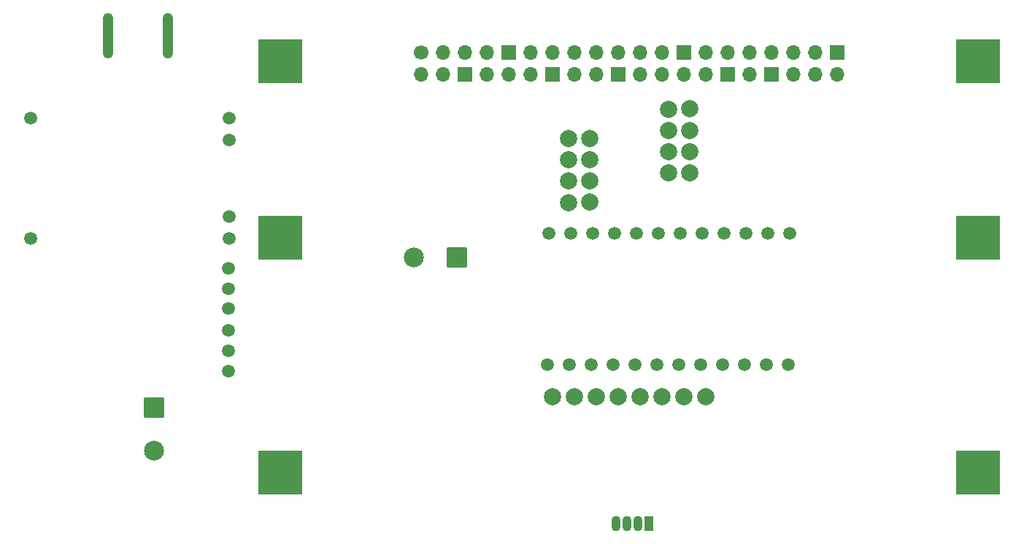
<source format=gbr>
%TF.GenerationSoftware,KiCad,Pcbnew,8.0.3*%
%TF.CreationDate,2024-06-25T13:40:25-04:00*%
%TF.ProjectId,StringsVR-SheepyHat,53747269-6e67-4735-9652-2d5368656570,rev?*%
%TF.SameCoordinates,Original*%
%TF.FileFunction,Soldermask,Bot*%
%TF.FilePolarity,Negative*%
%FSLAX46Y46*%
G04 Gerber Fmt 4.6, Leading zero omitted, Abs format (unit mm)*
G04 Created by KiCad (PCBNEW 8.0.3) date 2024-06-25 13:40:25*
%MOMM*%
%LPD*%
G01*
G04 APERTURE LIST*
G04 Aperture macros list*
%AMRoundRect*
0 Rectangle with rounded corners*
0 $1 Rounding radius*
0 $2 $3 $4 $5 $6 $7 $8 $9 X,Y pos of 4 corners*
0 Add a 4 corners polygon primitive as box body*
4,1,4,$2,$3,$4,$5,$6,$7,$8,$9,$2,$3,0*
0 Add four circle primitives for the rounded corners*
1,1,$1+$1,$2,$3*
1,1,$1+$1,$4,$5*
1,1,$1+$1,$6,$7*
1,1,$1+$1,$8,$9*
0 Add four rect primitives between the rounded corners*
20,1,$1+$1,$2,$3,$4,$5,0*
20,1,$1+$1,$4,$5,$6,$7,0*
20,1,$1+$1,$6,$7,$8,$9,0*
20,1,$1+$1,$8,$9,$2,$3,0*%
%AMFreePoly0*
4,1,5,2.500000,-2.500000,-2.500000,-2.500000,-2.500000,2.500000,2.500000,2.500000,2.500000,-2.500000,2.500000,-2.500000,$1*%
G04 Aperture macros list end*
%ADD10O,1.200000X5.300000*%
%ADD11C,1.500000*%
%ADD12C,2.000000*%
%ADD13RoundRect,0.102000X1.050000X1.050000X-1.050000X1.050000X-1.050000X-1.050000X1.050000X-1.050000X0*%
%ADD14C,2.304000*%
%ADD15FreePoly0,180.000000*%
%ADD16RoundRect,0.102000X-1.050000X1.050000X-1.050000X-1.050000X1.050000X-1.050000X1.050000X1.050000X0*%
%ADD17R,1.070000X1.800000*%
%ADD18O,1.070000X1.800000*%
%ADD19C,1.700000*%
%ADD20O,1.700000X1.700000*%
%ADD21R,1.700000X1.700000*%
G04 APERTURE END LIST*
D10*
%TO.C,SW2*%
X78055000Y-71285000D03*
X85040000Y-71285000D03*
%TD*%
D11*
%TO.C,U2*%
X157040000Y-109485000D03*
X154500000Y-109485000D03*
X151960000Y-109485000D03*
X149420000Y-109485000D03*
X146880000Y-109485000D03*
X144340000Y-109485000D03*
X141800000Y-109485000D03*
X139260000Y-109485000D03*
X136720000Y-109485000D03*
X134180000Y-109485000D03*
X131640000Y-109485000D03*
X129100000Y-109485000D03*
X129260000Y-94285000D03*
X131800000Y-94285000D03*
X134340000Y-94285000D03*
X136880000Y-94285000D03*
X139420000Y-94285000D03*
X141960000Y-94285000D03*
X144500000Y-94285000D03*
X147040000Y-94285000D03*
X149580000Y-94285000D03*
X152120000Y-94285000D03*
X154660000Y-94285000D03*
X157200000Y-94285000D03*
%TD*%
D12*
%TO.C,J1*%
X147428857Y-113253425D03*
X144888857Y-113253425D03*
X142348857Y-113253425D03*
X139808857Y-113253425D03*
X137268857Y-113253425D03*
X134728857Y-113253425D03*
X132188857Y-113253425D03*
X129648857Y-113253425D03*
%TD*%
D13*
%TO.C,J3*%
X118540000Y-97035000D03*
D14*
X113540000Y-97035000D03*
%TD*%
D15*
%TO.C,U8*%
X179040000Y-122035000D03*
X98040000Y-122035000D03*
%TD*%
D16*
%TO.C,J4*%
X83402500Y-114535000D03*
D14*
X83402500Y-119535000D03*
%TD*%
D15*
%TO.C,U6*%
X179040000Y-74285000D03*
X98040000Y-74285000D03*
%TD*%
D12*
%TO.C,U1*%
X143080000Y-79845000D03*
X143080000Y-82305000D03*
X143080000Y-84765000D03*
X143080000Y-87225000D03*
X145540000Y-79825000D03*
X145540000Y-82285000D03*
X145540000Y-84745000D03*
X145540000Y-87205000D03*
%TD*%
D15*
%TO.C,U7*%
X179040000Y-94785000D03*
X98040000Y-94785000D03*
%TD*%
D17*
%TO.C,D1*%
X140828070Y-127925458D03*
D18*
X139558070Y-127925458D03*
X138288070Y-127925458D03*
X137018070Y-127925458D03*
%TD*%
D12*
%TO.C,U3*%
X134000000Y-90645000D03*
X134000000Y-88185000D03*
X134000000Y-85725000D03*
X134000000Y-83265000D03*
X131540000Y-90665000D03*
X131540000Y-88205000D03*
X131540000Y-85745000D03*
X131540000Y-83285000D03*
%TD*%
D11*
%TO.C,U4*%
X69140000Y-80885000D03*
X69140000Y-94885000D03*
X92140000Y-80885000D03*
X92140000Y-83425000D03*
X92140000Y-92345000D03*
X92140000Y-94885000D03*
%TD*%
%TO.C,U5*%
X92040000Y-110285000D03*
X92040000Y-107885000D03*
X92040000Y-105555000D03*
X92040000Y-103015000D03*
X92040000Y-100685000D03*
X92040000Y-98285000D03*
%TD*%
D19*
%TO.C,J2*%
X114420000Y-73245000D03*
D20*
X114420000Y-75785000D03*
X116960000Y-73245000D03*
X116960000Y-75785000D03*
X119500000Y-73245000D03*
D21*
X119500000Y-75785000D03*
D20*
X122040000Y-73245000D03*
X122040000Y-75785000D03*
D21*
X124580000Y-73245000D03*
D20*
X124580000Y-75785000D03*
X127120000Y-73245000D03*
X127120000Y-75785000D03*
X129660000Y-73245000D03*
D21*
X129660000Y-75785000D03*
D20*
X132200000Y-73245000D03*
X132200000Y-75785000D03*
X134740000Y-73245000D03*
X134740000Y-75785000D03*
X137280000Y-73245000D03*
D21*
X137280000Y-75785000D03*
D20*
X139820000Y-73245000D03*
X139820000Y-75785000D03*
X142360000Y-73245000D03*
X142360000Y-75785000D03*
D21*
X144900000Y-73245000D03*
D20*
X144900000Y-75785000D03*
X147440000Y-73245000D03*
X147440000Y-75785000D03*
X149980000Y-73245000D03*
D21*
X149980000Y-75785000D03*
D20*
X152520000Y-73245000D03*
X152520000Y-75785000D03*
X155060000Y-73245000D03*
D21*
X155060000Y-75785000D03*
D20*
X157600000Y-73245000D03*
X157600000Y-75785000D03*
X160140000Y-73245000D03*
X160140000Y-75785000D03*
D21*
X162680000Y-73245000D03*
D20*
X162680000Y-75785000D03*
%TD*%
M02*

</source>
